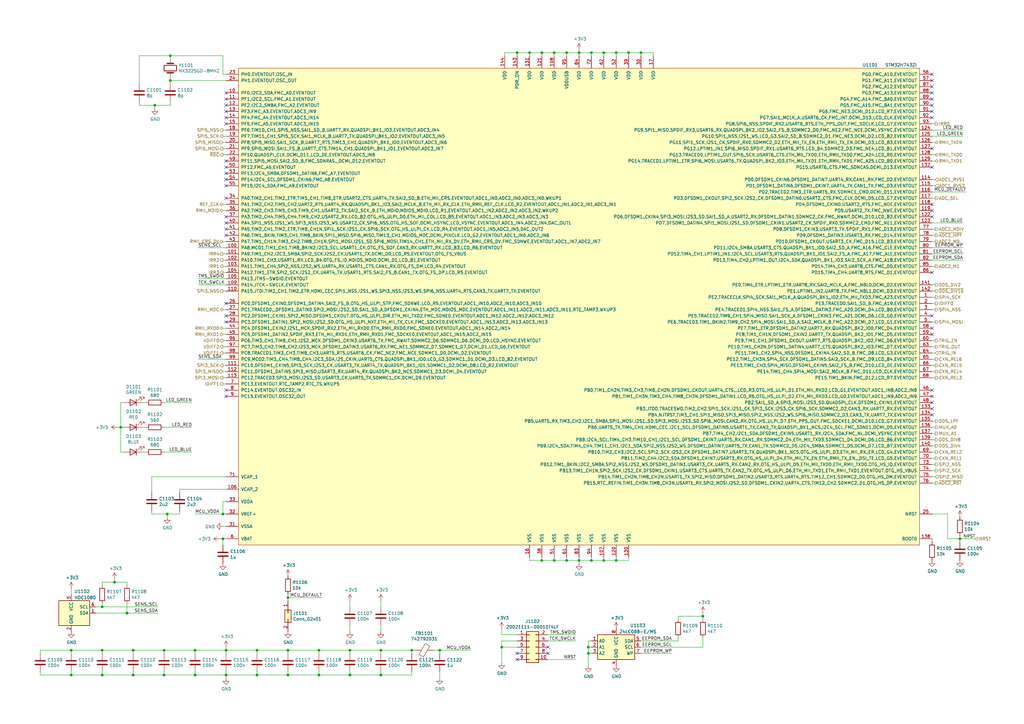
<source format=kicad_sch>
(kicad_sch (version 20211123) (generator eeschema)
  (paper "A3")
  (title_block (title "MCU") (date "2020-03-07") (rev "1.00"))
  (junction (at 252.73 229.87))
  (junction (at 105.41 266.7))
  (junction (at 393.7 220.98))
  (junction (at 29.21 276.86))
  (junction (at 217.17 21.59))
  (junction (at 130.81 266.7))
  (junction (at 180.34 266.7))
  (junction (at 241.3 267.97))
  (junction (at 63.5 43.18))
  (junction (at 49.53 175.26))
  (junction (at 222.25 21.59))
  (junction (at 247.65 21.59))
  (junction (at 29.21 266.7))
  (junction (at 80.01 266.7))
  (junction (at 143.51 276.86))
  (junction (at 227.33 229.87))
  (junction (at 67.31 276.86))
  (junction (at 242.57 229.87))
  (junction (at 80.01 276.86))
  (junction (at 232.41 21.59))
  (junction (at 54.61 276.86))
  (junction (at 92.71 266.7))
  (junction (at 105.41 276.86))
  (junction (at 54.61 266.7))
  (junction (at 46.99 238.76))
  (junction (at 252.73 21.59))
  (junction (at 52.07 251.46))
  (junction (at 41.91 248.92))
  (junction (at 118.11 266.7))
  (junction (at 222.25 229.87))
  (junction (at 69.85 22.86))
  (junction (at 91.44 210.82))
  (junction (at 168.91 266.7))
  (junction (at 241.3 265.43))
  (junction (at 41.91 266.7))
  (junction (at 67.31 266.7))
  (junction (at 232.41 229.87))
  (junction (at 41.91 276.86))
  (junction (at 242.57 21.59))
  (junction (at 227.33 21.59))
  (junction (at 237.49 229.87))
  (junction (at 156.21 266.7))
  (junction (at 92.71 276.86))
  (junction (at 288.29 252.73))
  (junction (at 205.74 265.43))
  (junction (at 156.21 276.86))
  (junction (at 69.85 33.02))
  (junction (at 118.11 245.11))
  (junction (at 91.44 220.98))
  (junction (at 212.09 21.59))
  (junction (at 68.58 210.82))
  (junction (at 257.81 21.59))
  (junction (at 262.89 21.59))
  (junction (at 247.65 229.87))
  (junction (at 143.51 266.7))
  (junction (at 237.49 21.59))
  (junction (at 130.81 276.86))
  (junction (at 118.11 276.86))
  (no_connect (at 92.71 76.2))
  (no_connect (at 382.27 88.9))
  (no_connect (at 92.71 68.58))
  (no_connect (at 382.27 45.72))
  (no_connect (at 382.27 68.58))
  (no_connect (at 382.27 162.56))
  (no_connect (at 92.71 160.02))
  (no_connect (at 382.27 170.18))
  (no_connect (at 92.71 88.9))
  (no_connect (at 92.71 71.12))
  (no_connect (at 92.71 66.04))
  (no_connect (at 92.71 48.26))
  (no_connect (at 382.27 83.82))
  (no_connect (at 92.71 50.8))
  (no_connect (at 382.27 129.54))
  (no_connect (at 92.71 132.08))
  (no_connect (at 382.27 165.1))
  (no_connect (at 382.27 111.76))
  (no_connect (at 92.71 45.72))
  (no_connect (at 382.27 38.1))
  (no_connect (at 224.79 265.43))
  (no_connect (at 382.27 48.26))
  (no_connect (at 92.71 124.46))
  (no_connect (at 92.71 96.52))
  (no_connect (at 92.71 73.66))
  (no_connect (at 382.27 167.64))
  (no_connect (at 212.09 267.97))
  (no_connect (at 382.27 134.62))
  (no_connect (at 92.71 40.64))
  (no_connect (at 382.27 60.96))
  (no_connect (at 382.27 160.02))
  (no_connect (at 224.79 267.97))
  (no_connect (at 382.27 33.02))
  (no_connect (at 92.71 93.98))
  (no_connect (at 92.71 91.44))
  (no_connect (at 382.27 43.18))
  (no_connect (at 92.71 129.54))
  (no_connect (at 212.09 270.51))
  (no_connect (at 92.71 162.56))
  (no_connect (at 382.27 137.16))
  (no_connect (at 92.71 43.18))
  (no_connect (at 92.71 38.1))
  (no_connect (at 382.27 30.48))
  (no_connect (at 382.27 40.64))
  (no_connect (at 92.71 81.28))
  (no_connect (at 382.27 86.36))
  (no_connect (at 382.27 35.56))
  (wire (pts (xy 207.01 22.86) (xy 207.01 21.59)))
  (wire (pts (xy 383.54 187.96) (xy 382.27 187.96)))
  (wire (pts (xy 130.81 276.86) (xy 143.51 276.86)))
  (wire (pts (xy 237.49 22.86) (xy 237.49 21.59)))
  (wire (pts (xy 73.66 210.82) (xy 73.66 209.55)))
  (wire (pts (xy 52.07 251.46) (xy 64.77 251.46)))
  (wire (pts (xy 92.71 139.7) (xy 91.44 139.7)))
  (wire (pts (xy 41.91 248.92) (xy 64.77 248.92)))
  (wire (pts (xy 252.73 22.86) (xy 252.73 21.59)))
  (wire (pts (xy 58.42 175.26) (xy 59.69 175.26)))
  (wire (pts (xy 39.37 248.92) (xy 41.91 248.92)))
  (wire (pts (xy 105.41 267.97) (xy 105.41 266.7)))
  (wire (pts (xy 288.29 251.46) (xy 288.29 252.73)))
  (wire (pts (xy 205.74 257.81) (xy 205.74 260.35)))
  (wire (pts (xy 180.34 266.7) (xy 193.04 266.7)))
  (wire (pts (xy 168.91 266.7) (xy 156.21 266.7)))
  (wire (pts (xy 217.17 229.87) (xy 222.25 229.87)))
  (wire (pts (xy 69.85 22.86) (xy 57.15 22.86)))
  (wire (pts (xy 92.71 266.7) (xy 92.71 265.43)))
  (wire (pts (xy 278.13 254) (xy 278.13 252.73)))
  (wire (pts (xy 91.44 157.48) (xy 92.71 157.48)))
  (wire (pts (xy 241.3 267.97) (xy 242.57 267.97)))
  (wire (pts (xy 143.51 276.86) (xy 156.21 276.86)))
  (wire (pts (xy 92.71 101.6) (xy 81.28 101.6)))
  (wire (pts (xy 118.11 245.11) (xy 118.11 243.84)))
  (wire (pts (xy 59.69 185.42) (xy 58.42 185.42)))
  (wire (pts (xy 67.31 266.7) (xy 80.01 266.7)))
  (wire (pts (xy 222.25 229.87) (xy 227.33 229.87)))
  (wire (pts (xy 168.91 267.97) (xy 168.91 266.7)))
  (wire (pts (xy 118.11 276.86) (xy 130.81 276.86)))
  (wire (pts (xy 288.29 265.43) (xy 288.29 261.62)))
  (wire (pts (xy 383.54 152.4) (xy 382.27 152.4)))
  (wire (pts (xy 41.91 266.7) (xy 54.61 266.7)))
  (wire (pts (xy 232.41 21.59) (xy 237.49 21.59)))
  (wire (pts (xy 168.91 266.7) (xy 170.18 266.7)))
  (wire (pts (xy 383.54 119.38) (xy 382.27 119.38)))
  (wire (pts (xy 382.27 154.94) (xy 383.54 154.94)))
  (wire (pts (xy 68.58 212.09) (xy 68.58 210.82)))
  (wire (pts (xy 57.15 41.91) (xy 57.15 43.18)))
  (wire (pts (xy 383.54 99.06) (xy 382.27 99.06)))
  (wire (pts (xy 68.58 210.82) (xy 73.66 210.82)))
  (wire (pts (xy 241.3 265.43) (xy 241.3 267.97)))
  (wire (pts (xy 91.44 22.86) (xy 91.44 30.48)))
  (wire (pts (xy 29.21 267.97) (xy 29.21 266.7)))
  (wire (pts (xy 212.09 21.59) (xy 217.17 21.59)))
  (wire (pts (xy 227.33 21.59) (xy 232.41 21.59)))
  (wire (pts (xy 382.27 121.92) (xy 383.54 121.92)))
  (wire (pts (xy 205.74 265.43) (xy 205.74 262.89)))
  (wire (pts (xy 41.91 238.76) (xy 46.99 238.76)))
  (wire (pts (xy 156.21 276.86) (xy 168.91 276.86)))
  (wire (pts (xy 382.27 50.8) (xy 383.54 50.8)))
  (wire (pts (xy 67.31 267.97) (xy 67.31 266.7)))
  (wire (pts (xy 383.54 81.28) (xy 382.27 81.28)))
  (wire (pts (xy 257.81 22.86) (xy 257.81 21.59)))
  (wire (pts (xy 207.01 21.59) (xy 212.09 21.59)))
  (wire (pts (xy 241.3 262.89) (xy 241.3 265.43)))
  (wire (pts (xy 92.71 200.66) (xy 73.66 200.66)))
  (wire (pts (xy 224.79 260.35) (xy 236.22 260.35)))
  (wire (pts (xy 382.27 91.44) (xy 394.97 91.44)))
  (wire (pts (xy 92.71 116.84) (xy 81.28 116.84)))
  (wire (pts (xy 92.71 83.82) (xy 91.44 83.82)))
  (wire (pts (xy 118.11 246.38) (xy 118.11 245.11)))
  (wire (pts (xy 105.41 275.59) (xy 105.41 276.86)))
  (wire (pts (xy 237.49 20.32) (xy 237.49 21.59)))
  (wire (pts (xy 382.27 104.14) (xy 394.97 104.14)))
  (wire (pts (xy 91.44 60.96) (xy 92.71 60.96)))
  (wire (pts (xy 41.91 248.92) (xy 41.91 247.65)))
  (wire (pts (xy 130.81 275.59) (xy 130.81 276.86)))
  (wire (pts (xy 388.62 220.98) (xy 388.62 210.82)))
  (wire (pts (xy 91.44 220.98) (xy 92.71 220.98)))
  (wire (pts (xy 105.41 266.7) (xy 118.11 266.7)))
  (wire (pts (xy 69.85 43.18) (xy 69.85 41.91)))
  (wire (pts (xy 382.27 66.04) (xy 383.54 66.04)))
  (wire (pts (xy 91.44 106.68) (xy 92.71 106.68)))
  (wire (pts (xy 92.71 147.32) (xy 81.28 147.32)))
  (wire (pts (xy 232.41 22.86) (xy 232.41 21.59)))
  (wire (pts (xy 41.91 240.03) (xy 41.91 238.76)))
  (wire (pts (xy 16.51 275.59) (xy 16.51 276.86)))
  (wire (pts (xy 156.21 248.92) (xy 156.21 246.38)))
  (wire (pts (xy 54.61 276.86) (xy 67.31 276.86)))
  (wire (pts (xy 222.25 22.86) (xy 222.25 21.59)))
  (wire (pts (xy 237.49 229.87) (xy 242.57 229.87)))
  (wire (pts (xy 393.7 220.98) (xy 393.7 222.25)))
  (wire (pts (xy 237.49 228.6) (xy 237.49 229.87)))
  (wire (pts (xy 262.89 21.59) (xy 267.97 21.59)))
  (wire (pts (xy 29.21 266.7) (xy 41.91 266.7)))
  (wire (pts (xy 80.01 267.97) (xy 80.01 266.7)))
  (wire (pts (xy 92.71 127) (xy 91.44 127)))
  (wire (pts (xy 54.61 275.59) (xy 54.61 276.86)))
  (wire (pts (xy 393.7 220.98) (xy 388.62 220.98)))
  (wire (pts (xy 92.71 267.97) (xy 92.71 266.7)))
  (wire (pts (xy 242.57 228.6) (xy 242.57 229.87)))
  (wire (pts (xy 383.54 185.42) (xy 382.27 185.42)))
  (wire (pts (xy 212.09 22.86) (xy 212.09 21.59)))
  (wire (pts (xy 156.21 276.86) (xy 156.21 275.59)))
  (wire (pts (xy 383.54 139.7) (xy 382.27 139.7)))
  (wire (pts (xy 73.66 200.66) (xy 73.66 201.93)))
  (wire (pts (xy 383.54 198.12) (xy 382.27 198.12)))
  (wire (pts (xy 91.44 53.34) (xy 92.71 53.34)))
  (wire (pts (xy 49.53 175.26) (xy 49.53 165.1)))
  (wire (pts (xy 48.26 175.26) (xy 49.53 175.26)))
  (wire (pts (xy 383.54 177.8) (xy 382.27 177.8)))
  (wire (pts (xy 180.34 266.7) (xy 180.34 267.97)))
  (wire (pts (xy 63.5 44.45) (xy 63.5 43.18)))
  (wire (pts (xy 388.62 210.82) (xy 382.27 210.82)))
  (wire (pts (xy 382.27 73.66) (xy 383.54 73.66)))
  (wire (pts (xy 80.01 266.7) (xy 92.71 266.7)))
  (wire (pts (xy 118.11 267.97) (xy 118.11 266.7)))
  (wire (pts (xy 50.8 185.42) (xy 49.53 185.42)))
  (wire (pts (xy 383.54 93.98) (xy 382.27 93.98)))
  (wire (pts (xy 242.57 229.87) (xy 247.65 229.87)))
  (wire (pts (xy 383.54 142.24) (xy 382.27 142.24)))
  (wire (pts (xy 41.91 267.97) (xy 41.91 266.7)))
  (wire (pts (xy 247.65 228.6) (xy 247.65 229.87)))
  (wire (pts (xy 205.74 271.78) (xy 205.74 265.43)))
  (wire (pts (xy 80.01 275.59) (xy 80.01 276.86)))
  (wire (pts (xy 224.79 270.51) (xy 236.22 270.51)))
  (wire (pts (xy 222.25 228.6) (xy 222.25 229.87)))
  (wire (pts (xy 227.33 228.6) (xy 227.33 229.87)))
  (wire (pts (xy 92.71 63.5) (xy 91.44 63.5)))
  (wire (pts (xy 262.89 22.86) (xy 262.89 21.59)))
  (wire (pts (xy 39.37 251.46) (xy 52.07 251.46)))
  (wire (pts (xy 143.51 275.59) (xy 143.51 276.86)))
  (wire (pts (xy 63.5 43.18) (xy 69.85 43.18)))
  (wire (pts (xy 54.61 266.7) (xy 67.31 266.7)))
  (wire (pts (xy 278.13 262.89) (xy 278.13 261.62)))
  (wire (pts (xy 91.44 149.86) (xy 92.71 149.86)))
  (wire (pts (xy 92.71 109.22) (xy 91.44 109.22)))
  (wire (pts (xy 143.51 248.92) (xy 143.51 246.38)))
  (wire (pts (xy 49.53 175.26) (xy 50.8 175.26)))
  (wire (pts (xy 217.17 21.59) (xy 222.25 21.59)))
  (wire (pts (xy 16.51 276.86) (xy 29.21 276.86)))
  (wire (pts (xy 156.21 266.7) (xy 156.21 267.97)))
  (wire (pts (xy 262.89 265.43) (xy 288.29 265.43)))
  (wire (pts (xy 382.27 53.34) (xy 394.97 53.34)))
  (wire (pts (xy 382.27 195.58) (xy 383.54 195.58)))
  (wire (pts (xy 92.71 33.02) (xy 69.85 33.02)))
  (wire (pts (xy 92.71 114.3) (xy 81.28 114.3)))
  (wire (pts (xy 130.81 267.97) (xy 130.81 266.7)))
  (wire (pts (xy 16.51 266.7) (xy 29.21 266.7)))
  (wire (pts (xy 217.17 22.86) (xy 217.17 21.59)))
  (wire (pts (xy 382.27 180.34) (xy 383.54 180.34)))
  (wire (pts (xy 252.73 229.87) (xy 257.81 229.87)))
  (wire (pts (xy 105.41 276.86) (xy 118.11 276.86)))
  (wire (pts (xy 212.09 265.43) (xy 205.74 265.43)))
  (wire (pts (xy 92.71 276.86) (xy 105.41 276.86)))
  (wire (pts (xy 80.01 276.86) (xy 92.71 276.86)))
  (wire (pts (xy 382.27 190.5) (xy 383.54 190.5)))
  (wire (pts (xy 227.33 22.86) (xy 227.33 21.59)))
  (wire (pts (xy 92.71 142.24) (xy 91.44 142.24)))
  (wire (pts (xy 67.31 276.86) (xy 80.01 276.86)))
  (wire (pts (xy 16.51 267.97) (xy 16.51 266.7)))
  (wire (pts (xy 383.54 172.72) (xy 382.27 172.72)))
  (wire (pts (xy 143.51 266.7) (xy 156.21 266.7)))
  (wire (pts (xy 247.65 21.59) (xy 252.73 21.59)))
  (wire (pts (xy 91.44 154.94) (xy 92.71 154.94)))
  (wire (pts (xy 67.31 175.26) (xy 78.74 175.26)))
  (wire (pts (xy 262.89 267.97) (xy 275.59 267.97)))
  (wire (pts (xy 41.91 275.59) (xy 41.91 276.86)))
  (wire (pts (xy 156.21 259.08) (xy 156.21 256.54)))
  (wire (pts (xy 382.27 222.25) (xy 382.27 220.98)))
  (wire (pts (xy 382.27 116.84) (xy 383.54 116.84)))
  (wire (pts (xy 91.44 152.4) (xy 92.71 152.4)))
  (wire (pts (xy 91.44 210.82) (xy 91.44 205.74)))
  (wire (pts (xy 92.71 104.14) (xy 91.44 104.14)))
  (wire (pts (xy 46.99 237.49) (xy 46.99 238.76)))
  (wire (pts (xy 130.81 266.7) (xy 143.51 266.7)))
  (wire (pts (xy 241.3 273.05) (xy 241.3 267.97)))
  (wire (pts (xy 92.71 99.06) (xy 91.44 99.06)))
  (wire (pts (xy 383.54 147.32) (xy 382.27 147.32)))
  (wire (pts (xy 54.61 267.97) (xy 54.61 266.7)))
  (wire (pts (xy 222.25 21.59) (xy 227.33 21.59)))
  (wire (pts (xy 252.73 228.6) (xy 252.73 229.87)))
  (wire (pts (xy 62.23 209.55) (xy 62.23 210.82)))
  (wire (pts (xy 267.97 21.59) (xy 267.97 22.86)))
  (wire (pts (xy 382.27 144.78) (xy 383.54 144.78)))
  (wire (pts (xy 247.65 22.86) (xy 247.65 21.59)))
  (wire (pts (xy 91.44 55.88) (xy 92.71 55.88)))
  (wire (pts (xy 67.31 185.42) (xy 78.74 185.42)))
  (wire (pts (xy 400.05 220.98) (xy 393.7 220.98)))
  (wire (pts (xy 383.54 109.22) (xy 382.27 109.22)))
  (wire (pts (xy 92.71 144.78) (xy 91.44 144.78)))
  (wire (pts (xy 257.81 21.59) (xy 262.89 21.59)))
  (wire (pts (xy 92.71 137.16) (xy 91.44 137.16)))
  (wire (pts (xy 67.31 275.59) (xy 67.31 276.86)))
  (wire (pts (xy 382.27 101.6) (xy 394.97 101.6)))
  (wire (pts (xy 217.17 228.6) (xy 217.17 229.87)))
  (wire (pts (xy 118.11 275.59) (xy 118.11 276.86)))
  (wire (pts (xy 237.49 21.59) (xy 242.57 21.59)))
  (wire (pts (xy 92.71 278.13) (xy 92.71 276.86)))
  (wire (pts (xy 91.44 22.86) (xy 69.85 22.86)))
  (wire (pts (xy 227.33 229.87) (xy 232.41 229.87)))
  (wire (pts (xy 62.23 210.82) (xy 68.58 210.82)))
  (wire (pts (xy 91.44 30.48) (xy 92.71 30.48)))
  (wire (pts (xy 393.7 219.71) (xy 393.7 220.98)))
  (wire (pts (xy 91.44 119.38) (xy 92.71 119.38)))
  (wire (pts (xy 247.65 229.87) (xy 252.73 229.87)))
  (wire (pts (xy 92.71 266.7) (xy 105.41 266.7)))
  (wire (pts (xy 382.27 55.88) (xy 394.97 55.88)))
  (wire (pts (xy 232.41 228.6) (xy 232.41 229.87)))
  (wire (pts (xy 383.54 96.52) (xy 382.27 96.52)))
  (wire (pts (xy 383.54 182.88) (xy 382.27 182.88)))
  (wire (pts (xy 232.41 229.87) (xy 237.49 229.87)))
  (wire (pts (xy 91.44 58.42) (xy 92.71 58.42)))
  (wire (pts (xy 257.81 229.87) (xy 257.81 228.6)))
  (wire (pts (xy 237.49 229.87) (xy 237.49 231.14)))
  (wire (pts (xy 69.85 24.13) (xy 69.85 22.86)))
  (wire (pts (xy 242.57 21.59) (xy 247.65 21.59)))
  (wire (pts (xy 382.27 78.74) (xy 396.24 78.74)))
  (wire (pts (xy 62.23 195.58) (xy 92.71 195.58)))
  (wire (pts (xy 58.42 165.1) (xy 59.69 165.1)))
  (wire (pts (xy 29.21 275.59) (xy 29.21 276.86)))
  (wire (pts (xy 80.01 210.82) (xy 91.44 210.82)))
  (wire (pts (xy 205.74 262.89) (xy 212.09 262.89)))
  (wire (pts (xy 383.54 76.2) (xy 382.27 76.2)))
  (wire (pts (xy 180.34 266.7) (xy 177.8 266.7)))
  (wire (pts (xy 29.21 241.3) (xy 29.21 243.84)))
  (wire (pts (xy 52.07 238.76) (xy 52.07 240.03)))
  (wire (pts (xy 143.51 267.97) (xy 143.51 266.7)))
  (wire (pts (xy 118.11 266.7) (xy 130.81 266.7)))
  (wire (pts (xy 92.71 134.62) (xy 91.44 134.62)))
  (wire (pts (xy 382.27 149.86) (xy 383.54 149.86)))
  (wire (pts (xy 62.23 195.58) (xy 62.23 201.93)))
  (wire (pts (xy 91.44 215.9) (xy 92.71 215.9)))
  (wire (pts (xy 91.44 223.52) (xy 91.44 220.98)))
  (wire (pts (xy 69.85 33.02) (xy 69.85 34.29)))
  (wire (pts (xy 57.15 22.86) (xy 57.15 34.29)))
  (wire (pts (xy 57.15 43.18) (xy 63.5 43.18)))
  (wire (pts (xy 92.71 210.82) (xy 91.44 210.82)))
  (wire (pts (xy 29.21 276.86) (xy 41.91 276.86)))
  (wire (pts (xy 180.34 278.13) (xy 180.34 275.59)))
  (wire (pts (xy 262.89 262.89) (xy 278.13 262.89)))
  (wire (pts (xy 143.51 259.08) (xy 143.51 256.54)))
  (wire (pts (xy 92.71 86.36) (xy 91.44 86.36)))
  (wire (pts (xy 382.27 193.04) (xy 383.54 193.04)))
  (wire (pts (xy 383.54 63.5) (xy 382.27 63.5)))
  (wire (pts (xy 92.71 275.59) (xy 92.71 276.86)))
  (wire (pts (xy 288.29 252.73) (xy 288.29 254)))
  (wire (pts (xy 383.54 132.08) (xy 382.27 132.08)))
  (wire (pts (xy 242.57 262.89) (xy 241.3 262.89)))
  (wire (pts (xy 242.57 22.86) (xy 242.57 21.59)))
  (wire (pts (xy 90.17 220.98) (xy 91.44 220.98)))
  (wire (pts (xy 52.07 251.46) (xy 52.07 247.65)))
  (wire (pts (xy 382.27 124.46) (xy 383.54 124.46)))
  (wire (pts (xy 49.53 185.42) (xy 49.53 175.26)))
  (wire (pts (xy 69.85 31.75) (xy 69.85 33.02)))
  (wire (pts (xy 41.91 276.86) (xy 54.61 276.86)))
  (wire (pts (xy 46.99 238.76) (xy 52.07 238.76)))
  (wire (pts (xy 205.74 260.35) (xy 212.09 260.35)))
  (wire (pts (xy 383.54 127) (xy 382.27 127)))
  (wire (pts (xy 67.31 165.1) (xy 78.74 165.1)))
  (wire (pts (xy 382.27 58.42) (xy 383.54 58.42)))
  (wire (pts (xy 252.73 21.59) (xy 257.81 21.59)))
  (wire (pts (xy 92.71 111.76) (xy 91.44 111.76)))
  (wire (pts (xy 278.13 252.73) (xy 288.29 252.73)))
  (wire (pts (xy 91.44 205.74) (xy 92.71 205.74)))
  (wire (pts (xy 118.11 245.11) (xy 132.08 245.11)))
  (wire (pts (xy 382.27 175.26) (xy 383.54 175.26)))
  (wire (pts (xy 382.27 106.68) (xy 394.97 106.68)))
  (wire (pts (xy 242.57 265.43) (xy 241.3 265.43)))
  (wire (pts (xy 224.79 262.89) (xy 236.22 262.89)))
  (wire (pts (xy 49.53 165.1) (xy 50.8 165.1)))
  (wire (pts (xy 168.91 276.86) (xy 168.91 275.59)))
  (label "SENS_SDA" (at 81.28 147.32 0))
  (label "EEPROM_WP" (at 394.97 101.6 180))
  (label "MCU_VDDA" (at 80.01 210.82 0))
  (label "MCU_DEFAULT" (at 396.24 78.74 180))
  (label "SENS_SCL" (at 64.77 248.92 180))
  (label "EEPROM_SDA" (at 394.97 106.68 180))
  (label "TMS_SWDIO" (at 81.28 114.3 0))
  (label "MCU_DEFAULT" (at 132.08 245.11 180))
  (label "SENS_SCL" (at 81.28 101.6 0))
  (label "LED_BLUE" (at 394.97 91.44 180))
  (label "MCU_VDDA" (at 193.04 266.7 180))
  (label "LED_RED" (at 394.97 53.34 180))
  (label "LED_GREEN" (at 78.74 165.1 180))
  (label "EEPROM_WP" (at 275.59 267.97 180))
  (label "SENS_SDA" (at 64.77 251.46 180))
  (label "LED_RED" (at 78.74 175.26 180))
  (label "LED_BLUE" (at 78.74 185.42 180))
  (label "EEPROM_SCL" (at 275.59 265.43 180))
  (label "LED_GREEN" (at 394.97 55.88 180))
  (label "TMS_SWDIO" (at 236.22 260.35 180))
  (label "EEPROM_SCL" (at 394.97 104.14 180))
  (label "NRST" (at 236.22 270.51 180))
  (label "TCK_SWCLK" (at 81.28 116.84 0))
  (label "EEPROM_SDA" (at 275.59 262.89 180))
  (label "TCK_SWCLK" (at 236.22 262.89 180))
  (label "NRST" (at 400.05 220.98 180))
  (hierarchical_label "RMII_RXD1" (shape bidirectional) (at 91.44 137.16 180))
  (hierarchical_label "~{ADC2_RST}" (shape output) (at 383.54 198.12 0))
  (hierarchical_label "IDIFF1" (shape output) (at 91.44 157.48 180))
  (hierarchical_label "IDIFF0" (shape output) (at 383.54 124.46 0))
  (hierarchical_label "ADC_SEL" (shape output) (at 383.54 81.28 0))
  (hierarchical_label "RMII_TXD0" (shape bidirectional) (at 383.54 63.5 0))
  (hierarchical_label "RMII_MDC" (shape bidirectional) (at 91.44 127 180))
  (hierarchical_label "SPI3_MOSI" (shape output) (at 91.44 154.94 180))
  (hierarchical_label "ADC1_RVS1" (shape input) (at 383.54 73.66 0))
  (hierarchical_label "VDIFF1" (shape output) (at 91.44 144.78 180))
  (hierarchical_label "CXN_REL6" (shape output) (at 383.54 147.32 0))
  (hierarchical_label "TRIG_IN" (shape input) (at 383.54 144.78 0))
  (hierarchical_label "SPI3_MISO" (shape input) (at 91.44 152.4 180))
  (hierarchical_label "MUX_A1" (shape output) (at 383.54 177.8 0))
  (hierarchical_label "SPI3_SCK" (shape output) (at 91.44 149.86 180))
  (hierarchical_label "ADC2_MDIV" (shape output) (at 383.54 93.98 0))
  (hierarchical_label "CXN_REL5" (shape output) (at 383.54 149.86 0))
  (hierarchical_label "SPI5_NSS" (shape output) (at 91.44 53.34 180))
  (hierarchical_label "SPI2_NSS" (shape output) (at 383.54 190.5 0))
  (hierarchical_label "SPI2_SCK" (shape output) (at 383.54 193.04 0))
  (hierarchical_label "IRR1" (shape output) (at 91.44 109.22 180))
  (hierarchical_label "RMII_MDIO" (shape bidirectional) (at 91.44 86.36 180))
  (hierarchical_label "SPI5_SCK" (shape output) (at 91.44 55.88 180))
  (hierarchical_label "RMII_CRS_DV" (shape bidirectional) (at 91.44 99.06 180))
  (hierarchical_label "TRIG_OUT" (shape output) (at 383.54 142.24 0))
  (hierarchical_label "DDS_LPF" (shape output) (at 383.54 172.72 0))
  (hierarchical_label "CXN_REL2" (shape output) (at 383.54 185.42 0))
  (hierarchical_label "SPI5_MOSI" (shape output) (at 91.44 60.96 180))
  (hierarchical_label "SPI2_MISO" (shape input) (at 383.54 195.58 0))
  (hierarchical_label "IRR0" (shape output) (at 383.54 50.8 0))
  (hierarchical_label "~{DDS_DIV10}" (shape output) (at 383.54 119.38 0))
  (hierarchical_label "RMII_RXD0" (shape bidirectional) (at 91.44 134.62 180))
  (hierarchical_label "TRIG_EN" (shape output) (at 383.54 139.7 0))
  (hierarchical_label "VDIFF2" (shape output) (at 91.44 142.24 180))
  (hierarchical_label "CXN_REL4" (shape output) (at 383.54 152.4 0))
  (hierarchical_label "MUX_A0" (shape output) (at 383.54 175.26 0))
  (hierarchical_label "ADC2_M0" (shape output) (at 383.54 99.06 0))
  (hierarchical_label "~{ADC2_HPF}" (shape output) (at 383.54 96.52 0))
  (hierarchical_label "VDIFF0" (shape output) (at 91.44 139.7 180))
  (hierarchical_label "SPI4_NSS" (shape output) (at 383.54 127 0))
  (hierarchical_label "CXN_REL1" (shape output) (at 383.54 187.96 0))
  (hierarchical_label "CXN_REL3" (shape output) (at 383.54 154.94 0))
  (hierarchical_label "RMII_TXD1" (shape bidirectional) (at 383.54 66.04 0))
  (hierarchical_label "DDS_DIV2" (shape output) (at 383.54 116.84 0))
  (hierarchical_label "NRST" (shape bidirectional) (at 400.05 220.98 0))
  (hierarchical_label "IRR3" (shape output) (at 91.44 111.76 180))
  (hierarchical_label "IRR4" (shape output) (at 91.44 104.14 180))
  (hierarchical_label "SPI4_MOSI" (shape output) (at 383.54 132.08 0))
  (hierarchical_label "DDS_DIV4" (shape output) (at 383.54 182.88 0))
  (hierarchical_label "SPI4_SCK" (shape output) (at 383.54 121.92 0))
  (hierarchical_label "ADC1_RVS2" (shape input) (at 383.54 76.2 0))
  (hierarchical_label "SPI3_NSS" (shape output) (at 91.44 119.38 180))
  (hierarchical_label "SPI5_MISO" (shape input) (at 91.44 58.42 180))
  (hierarchical_label "REF_CLK" (shape bidirectional) (at 91.44 83.82 180))
  (hierarchical_label "DDS_DIV8" (shape output) (at 383.54 180.34 0))
  (hierarchical_label "~{RDC}" (shape output) (at 91.44 63.5 180))
  (hierarchical_label "ADC2_M1" (shape output) (at 383.54 109.22 0))
  (hierarchical_label "RMII_TXEN" (shape bidirectional) (at 383.54 58.42 0))
  (hierarchical_label "IRR2" (shape output) (at 91.44 106.68 180))
  (symbol (lib_id "Connector_Generic:Conn_02x05_Odd_Even") (at 217.17 265.43 0) (unit 1)
    (property "Reference" "J1102" (at 218.44 254.8382 0))
    (property "Value" "20021111-00010T4LF" (at 218.44 257.1496 0))
    (property "Footprint" "Connector_PinHeader_1.27mm:PinHeader_2x05_P1.27mm_Vertical" (effects hide))
  )
  (symbol (lib_id "power:GND") (at 237.49 231.14 0) (unit 1)
    (property "Reference" "#PWR01111" (effects hide))
    (property "Value" "GND" (at 237.617 235.5342 0))
  )
  (symbol (lib_id "power:GND") (at 205.74 271.78 0) (unit 1)
    (property "Reference" "#PWR01125" (effects hide))
    (property "Value" "GND" (at 205.867 276.1742 0))
  )
  (symbol (lib_id "Device:R") (at 382.27 226.06 0) (unit 1)
    (property "Reference" "R1105" (at 384.048 224.8916 0) (effects (justify left)))
    (property "Value" "10k" (at 384.048 227.203 0) (effects (justify left)))
    (property "Footprint" "Resistor_SMD:R_0603_1608Metric_Pad0.98x0.95mm_HandSolder" (effects hide))
  )
  (symbol (lib_id "Device:R") (at 393.7 215.9 0) (unit 1)
    (property "Reference" "R1104" (at 395.478 214.7316 0) (effects (justify left)))
    (property "Value" "10k" (at 395.478 217.043 0) (effects (justify left)))
    (property "Footprint" "Resistor_SMD:R_0603_1608Metric_Pad0.98x0.95mm_HandSolder" (effects hide))
  )
  (symbol (lib_id "Device:C") (at 393.7 226.06 0) (unit 1)
    (property "Reference" "C1105" (at 396.621 224.8916 0) (effects (justify left)))
    (property "Value" "100n" (at 396.621 227.203 0) (effects (justify left)))
    (property "Footprint" "Capacitor_SMD:C_0603_1608Metric_Pad1.08x0.95mm_HandSolder" (effects hide))
  )
  (symbol (lib_id "power:GND") (at 393.7 229.87 0) (unit 1)
    (property "Reference" "#PWR01109" (effects hide))
    (property "Value" "GND" (at 393.827 234.2642 0))
  )
  (symbol (lib_id "power:GND") (at 382.27 229.87 0) (unit 1)
    (property "Reference" "#PWR01108" (effects hide))
    (property "Value" "GND" (at 382.397 234.2642 0))
  )
  (symbol (lib_id "power:GND") (at 91.44 215.9 270) (unit 1)
    (property "Reference" "#PWR01106" (effects hide))
    (property "Value" "GND" (at 88.1888 216.027 90) (effects (justify right)))
  )
  (symbol (lib_id "Device:C") (at 91.44 227.33 0) (unit 1)
    (property "Reference" "C1106" (at 94.361 226.1616 0) (effects (justify left)))
    (property "Value" "1u" (at 94.361 228.473 0) (effects (justify left)))
    (property "Footprint" "Capacitor_SMD:C_0603_1608Metric_Pad1.08x0.95mm_HandSolder" (effects hide))
  )
  (symbol (lib_id "power:GND") (at 91.44 231.14 0) (unit 1)
    (property "Reference" "#PWR01110" (effects hide))
    (property "Value" "GND" (at 91.567 235.5342 0))
  )
  (symbol (lib_id "Device:C") (at 16.51 271.78 0) (unit 1)
    (property "Reference" "C1109" (at 19.431 270.6116 0) (effects (justify left)))
    (property "Value" "100n" (at 19.431 272.923 0) (effects (justify left)))
    (property "Footprint" "Capacitor_SMD:C_0603_1608Metric_Pad1.08x0.95mm_HandSolder" (effects hide))
  )
  (symbol (lib_id "Device:C") (at 29.21 271.78 0) (unit 1)
    (property "Reference" "C1110" (at 32.131 270.6116 0) (effects (justify left)))
    (property "Value" "100n" (at 32.131 272.923 0) (effects (justify left)))
    (property "Footprint" "Capacitor_SMD:C_0603_1608Metric_Pad1.08x0.95mm_HandSolder" (effects hide))
  )
  (symbol (lib_id "Device:C") (at 41.91 271.78 0) (unit 1)
    (property "Reference" "C1111" (at 44.831 270.6116 0) (effects (justify left)))
    (property "Value" "100n" (at 44.831 272.923 0) (effects (justify left)))
    (property "Footprint" "Capacitor_SMD:C_0603_1608Metric_Pad1.08x0.95mm_HandSolder" (effects hide))
  )
  (symbol (lib_id "Device:C") (at 54.61 271.78 0) (unit 1)
    (property "Reference" "C1112" (at 57.531 270.6116 0) (effects (justify left)))
    (property "Value" "100n" (at 57.531 272.923 0) (effects (justify left)))
    (property "Footprint" "Capacitor_SMD:C_0603_1608Metric_Pad1.08x0.95mm_HandSolder" (effects hide))
  )
  (symbol (lib_id "Device:C") (at 67.31 271.78 0) (unit 1)
    (property "Reference" "C1113" (at 70.231 270.6116 0) (effects (justify left)))
    (property "Value" "100n" (at 70.231 272.923 0) (effects (justify left)))
    (property "Footprint" "Capacitor_SMD:C_0603_1608Metric_Pad1.08x0.95mm_HandSolder" (effects hide))
  )
  (symbol (lib_id "Device:C") (at 80.01 271.78 0) (unit 1)
    (property "Reference" "C1114" (at 82.931 270.6116 0) (effects (justify left)))
    (property "Value" "100n" (at 82.931 272.923 0) (effects (justify left)))
    (property "Footprint" "Capacitor_SMD:C_0603_1608Metric_Pad1.08x0.95mm_HandSolder" (effects hide))
  )
  (symbol (lib_id "Device:C") (at 92.71 271.78 0) (unit 1)
    (property "Reference" "C1115" (at 95.631 270.6116 0) (effects (justify left)))
    (property "Value" "100n" (at 95.631 272.923 0) (effects (justify left)))
    (property "Footprint" "Capacitor_SMD:C_0603_1608Metric_Pad1.08x0.95mm_HandSolder" (effects hide))
  )
  (symbol (lib_id "Device:C") (at 105.41 271.78 0) (unit 1)
    (property "Reference" "C1116" (at 108.331 270.6116 0) (effects (justify left)))
    (property "Value" "100n" (at 108.331 272.923 0) (effects (justify left)))
    (property "Footprint" "Capacitor_SMD:C_0603_1608Metric_Pad1.08x0.95mm_HandSolder" (effects hide))
  )
  (symbol (lib_id "Device:C") (at 118.11 271.78 0) (unit 1)
    (property "Reference" "C1117" (at 121.031 270.6116 0) (effects (justify left)))
    (property "Value" "100n" (at 121.031 272.923 0) (effects (justify left)))
    (property "Footprint" "Capacitor_SMD:C_0603_1608Metric_Pad1.08x0.95mm_HandSolder" (effects hide))
  )
  (symbol (lib_id "Device:C") (at 130.81 271.78 0) (unit 1)
    (property "Reference" "C1118" (at 133.731 270.6116 0) (effects (justify left)))
    (property "Value" "100n" (at 133.731 272.923 0) (effects (justify left)))
    (property "Footprint" "Capacitor_SMD:C_0603_1608Metric_Pad1.08x0.95mm_HandSolder" (effects hide))
  )
  (symbol (lib_id "Device:C") (at 143.51 271.78 0) (unit 1)
    (property "Reference" "C1119" (at 146.431 270.6116 0) (effects (justify left)))
    (property "Value" "100n" (at 146.431 272.923 0) (effects (justify left)))
    (property "Footprint" "Capacitor_SMD:C_0603_1608Metric_Pad1.08x0.95mm_HandSolder" (effects hide))
  )
  (symbol (lib_id "Device:C") (at 156.21 271.78 0) (unit 1)
    (property "Reference" "C1120" (at 159.131 270.6116 0) (effects (justify left)))
    (property "Value" "100n" (at 159.131 272.923 0) (effects (justify left)))
    (property "Footprint" "Capacitor_SMD:C_0603_1608Metric_Pad1.08x0.95mm_HandSolder" (effects hide))
  )
  (symbol (lib_id "power:GND") (at 92.71 278.13 0) (unit 1)
    (property "Reference" "#PWR01128" (effects hide))
    (property "Value" "GND" (at 92.837 282.5242 0))
  )
  (symbol (lib_id "Device:Ferrite_Bead") (at 173.99 266.7 270) (unit 1)
    (property "Reference" "FB1101" (at 173.99 259.7404 90))
    (property "Value" "742792031" (at 173.99 262.0518 90))
    (property "Footprint" "Inductor_SMD:L_0805_2012Metric_Pad1.15x1.40mm_HandSolder" (effects hide))
  )
  (symbol (lib_id "Device:C") (at 180.34 271.78 0) (unit 1)
    (property "Reference" "C1122" (at 183.261 270.6116 0) (effects (justify left)))
    (property "Value" "1u" (at 183.261 272.923 0) (effects (justify left)))
    (property "Footprint" "Capacitor_SMD:C_0603_1608Metric_Pad1.08x0.95mm_HandSolder" (effects hide))
  )
  (symbol (lib_id "power:GND") (at 180.34 278.13 0) (unit 1)
    (property "Reference" "#PWR01129" (effects hide))
    (property "Value" "GND" (at 180.467 282.5242 0))
  )
  (symbol (lib_id "Connector_Generic:Conn_02x01") (at 118.11 251.46 270) (unit 1)
    (property "Reference" "J1101" (at 120.142 251.5616 90) (effects (justify left)))
    (property "Value" "Conn_02x01" (at 120.142 253.873 90) (effects (justify left)))
    (property "Footprint" "Connector_PinHeader_2.54mm:PinHeader_1x02_P2.54mm_Vertical" (effects hide))
  )
  (symbol (lib_id "power:GND") (at 118.11 259.08 0) (unit 1)
    (property "Reference" "#PWR01121" (effects hide))
    (property "Value" "GND" (at 118.237 263.4742 0))
  )
  (symbol (lib_id "Device:R") (at 118.11 240.03 180) (unit 1)
    (property "Reference" "R1106" (at 119.888 238.8616 0) (effects (justify right)))
    (property "Value" "10k" (at 119.888 241.173 0) (effects (justify right)))
    (property "Footprint" "Resistor_SMD:R_0603_1608Metric_Pad0.98x0.95mm_HandSolder" (effects hide))
  )
  (symbol (lib_id "Device:C") (at 73.66 205.74 0) (unit 1)
    (property "Reference" "C1104" (at 76.581 204.5716 0) (effects (justify left)))
    (property "Value" "2u2" (at 76.581 206.883 0) (effects (justify left)))
    (property "Footprint" "Capacitor_SMD:C_0603_1608Metric_Pad1.08x0.95mm_HandSolder" (effects hide))
  )
  (symbol (lib_id "Device:C") (at 62.23 205.74 0) (unit 1)
    (property "Reference" "C1103" (at 65.151 204.5716 0) (effects (justify left)))
    (property "Value" "2u2" (at 65.151 206.883 0) (effects (justify left)))
    (property "Footprint" "Capacitor_SMD:C_0603_1608Metric_Pad1.08x0.95mm_HandSolder" (effects hide))
  )
  (symbol (lib_id "power:GND") (at 68.58 212.09 0) (unit 1)
    (property "Reference" "#PWR01104" (effects hide))
    (property "Value" "GND" (at 68.707 216.4842 0))
  )
  (symbol (lib_id "Device:Crystal") (at 69.85 27.94 270) (unit 1)
    (property "Reference" "Y1101" (at 73.1774 26.7716 90) (effects (justify left)))
    (property "Value" "NX3225GD-8MHZ" (at 73.1774 29.083 90) (effects (justify left)))
    (property "Footprint" "ETH1CLCR2:NX3225GD" (effects hide))
  )
  (symbol (lib_id "Device:C") (at 69.85 38.1 0) (unit 1)
    (property "Reference" "C1102" (at 72.771 36.9316 0) (effects (justify left)))
    (property "Value" "8p" (at 72.771 39.243 0) (effects (justify left)))
    (property "Footprint" "Capacitor_SMD:C_0603_1608Metric_Pad1.08x0.95mm_HandSolder" (effects hide))
  )
  (symbol (lib_id "Device:C") (at 57.15 38.1 0) (unit 1)
    (property "Reference" "C1101" (at 60.071 36.9316 0) (effects (justify left)))
    (property "Value" "8p" (at 60.071 39.243 0) (effects (justify left)))
    (property "Footprint" "Capacitor_SMD:C_0603_1608Metric_Pad1.08x0.95mm_HandSolder" (effects hide))
  )
  (symbol (lib_id "power:GND") (at 63.5 44.45 0) (unit 1)
    (property "Reference" "#PWR01102" (effects hide))
    (property "Value" "GND" (at 63.627 48.8442 0))
  )
  (symbol (lib_id "Device:C") (at 168.91 271.78 0) (unit 1)
    (property "Reference" "C1121" (at 171.831 270.6116 0) (effects (justify left)))
    (property "Value" "100n" (at 171.831 272.923 0) (effects (justify left)))
    (property "Footprint" "Capacitor_SMD:C_0603_1608Metric_Pad1.08x0.95mm_HandSolder" (effects hide))
  )
  (symbol (lib_id "Memory_EEPROM:24LC08") (at 252.73 265.43 0) (unit 1)
    (property "Reference" "U1103" (at 261.62 256.54 0))
    (property "Value" "24LC08B-E/MS" (at 261.62 259.08 0))
    (property "Footprint" "Package_SO:MSOP-8_3x3mm_P0.65mm" (effects hide))
    (property "Datasheet" "http://ww1.microchip.com/downloads/en/DeviceDoc/21710J.pdf" (effects hide))
  )
  (symbol (lib_id "power:GND") (at 252.73 273.05 0) (unit 1)
    (property "Reference" "#PWR01127" (effects hide))
    (property "Value" "GND" (at 252.857 277.4442 0))
  )
  (symbol (lib_id "power:GND") (at 241.3 273.05 0) (unit 1)
    (property "Reference" "#PWR01126" (effects hide))
    (property "Value" "GND" (at 241.427 277.4442 0))
  )
  (symbol (lib_id "Device:R") (at 278.13 257.81 0) (unit 1)
    (property "Reference" "R1109" (at 279.908 256.6416 0) (effects (justify left)))
    (property "Value" "4k7" (at 279.908 258.953 0) (effects (justify left)))
    (property "Footprint" "Resistor_SMD:R_0603_1608Metric_Pad0.98x0.95mm_HandSolder" (effects hide))
  )
  (symbol (lib_id "Device:R") (at 288.29 257.81 0) (unit 1)
    (property "Reference" "R1110" (at 290.068 256.6416 0) (effects (justify left)))
    (property "Value" "4k7" (at 290.068 258.953 0) (effects (justify left)))
    (property "Footprint" "Resistor_SMD:R_0603_1608Metric_Pad0.98x0.95mm_HandSolder" (effects hide))
  )
  (symbol (lib_id "Device:C") (at 143.51 252.73 0) (unit 1)
    (property "Reference" "C1107" (at 146.431 251.5616 0) (effects (justify left)))
    (property "Value" "100n" (at 146.431 253.873 0) (effects (justify left)))
    (property "Footprint" "Capacitor_SMD:C_0603_1608Metric_Pad1.08x0.95mm_HandSolder" (effects hide))
  )
  (symbol (lib_id "power:GND") (at 143.51 259.08 0) (unit 1)
    (property "Reference" "#PWR01122" (effects hide))
    (property "Value" "GND" (at 143.637 263.4742 0))
  )
  (symbol (lib_id "Device:R") (at 41.91 243.84 0) (unit 1)
    (property "Reference" "R1107" (at 43.688 242.6716 0) (effects (justify left)))
    (property "Value" "4k7" (at 43.688 244.983 0) (effects (justify left)))
    (property "Footprint" "Resistor_SMD:R_0603_1608Metric_Pad0.98x0.95mm_HandSolder" (effects hide))
  )
  (symbol (lib_id "Device:R") (at 52.07 243.84 0) (unit 1)
    (property "Reference" "R1108" (at 53.848 242.6716 0) (effects (justify left)))
    (property "Value" "4k7" (at 53.848 244.983 0) (effects (justify left)))
    (property "Footprint" "Resistor_SMD:R_0603_1608Metric_Pad0.98x0.95mm_HandSolder" (effects hide))
  )
  (symbol (lib_id "Device:R") (at 63.5 165.1 270) (unit 1)
    (property "Reference" "R1101" (at 63.5 159.8422 90))
    (property "Value" "680" (at 63.5 162.1536 90))
    (property "Footprint" "Resistor_SMD:R_0603_1608Metric_Pad0.98x0.95mm_HandSolder" (effects hide))
  )
  (symbol (lib_id "Device:R") (at 63.5 175.26 270) (unit 1)
    (property "Reference" "R1102" (at 63.5 170.0022 90))
    (property "Value" "560" (at 63.5 172.3136 90))
    (property "Footprint" "Resistor_SMD:R_0603_1608Metric_Pad0.98x0.95mm_HandSolder" (effects hide))
  )
  (symbol (lib_id "Device:R") (at 63.5 185.42 270) (unit 1)
    (property "Reference" "R1103" (at 63.5 180.1622 90))
    (property "Value" "680" (at 63.5 182.4736 90))
    (property "Footprint" "Resistor_SMD:R_0603_1608Metric_Pad0.98x0.95mm_HandSolder" (effects hide))
  )
  (symbol (lib_id "Device:LED") (at 54.61 165.1 180) (unit 1)
    (property "Reference" "D1101" (at 54.7878 158.623 0))
    (property "Value" "GREEN" (at 54.7878 160.9344 0))
    (property "Footprint" "LED_SMD:LED_0603_1608Metric_Pad1.05x0.95mm_HandSolder" (effects hide))
  )
  (symbol (lib_id "Device:LED") (at 54.61 175.26 180) (unit 1)
    (property "Reference" "D1102" (at 54.7878 168.783 0))
    (property "Value" "RED" (at 54.7878 171.0944 0))
    (property "Footprint" "LED_SMD:LED_0603_1608Metric_Pad1.05x0.95mm_HandSolder" (effects hide))
  )
  (symbol (lib_id "Device:LED") (at 54.61 185.42 180) (unit 1)
    (property "Reference" "D1103" (at 54.7878 178.943 0))
    (property "Value" "BLUE" (at 54.7878 181.2544 0))
    (property "Footprint" "LED_SMD:LED_0603_1608Metric_Pad1.05x0.95mm_HandSolder" (effects hide))
  )
  (symbol (lib_id "Sensor_Humidity:HDC1080") (at 31.75 251.46 0) (unit 1)
    (property "Reference" "U1102" (at 36.83 242.57 0) (effects (justify right)))
    (property "Value" "HDC1080" (at 39.37 245.11 0) (effects (justify right)))
    (property "Footprint" "Package_SON:Texas_PWSON-N6" (effects hide))
    (property "Datasheet" "http://www.ti.com/lit/ds/symlink/hdc1080.pdf" (effects hide))
  )
  (symbol (lib_id "power:GND") (at 29.21 259.08 0) (unit 1)
    (property "Reference" "#PWR01120" (effects hide))
    (property "Value" "GND" (at 29.337 263.4742 0))
  )
  (symbol (lib_id "Device:C") (at 156.21 252.73 0) (unit 1)
    (property "Reference" "C1108" (at 159.131 251.5616 0) (effects (justify left)))
    (property "Value" "100n" (at 159.131 253.873 0) (effects (justify left)))
    (property "Footprint" "Capacitor_SMD:C_0603_1608Metric_Pad1.08x0.95mm_HandSolder" (effects hide))
  )
  (symbol (lib_id "power:GND") (at 156.21 259.08 0) (unit 1)
    (property "Reference" "#PWR01123" (effects hide))
    (property "Value" "GND" (at 156.337 263.4742 0))
  )
  (symbol (lib_id "ETH1CLCR2:STM32H743ZI") (at 237.49 125.73 0) (unit 1)
    (property "Reference" "U1101" (at 356.87 26.67 0))
    (property "Value" "STM32H743ZI" (at 369.57 26.67 0))
    (property "Footprint" "ETH1CLCR2:TQFP-144_20x20mm_P0.5mm" (effects hide))
  )
  (symbol (lib_id "power:+3.3V") (at 205.74 257.81 0) (unit 1)
    (property "Reference" "#PWR01118" (effects hide))
    (property "Value" "+3.3V" (at 206.121 253.4158 0))
  )
  (symbol (lib_id "power:+3.3V") (at 288.29 251.46 0) (unit 1)
    (property "Reference" "#PWR01117" (effects hide))
    (property "Value" "+3.3V" (at 288.671 247.0658 0))
  )
  (symbol (lib_id "power:+3.3V") (at 252.73 257.81 0) (unit 1)
    (property "Reference" "#PWR01119" (effects hide))
    (property "Value" "+3.3V" (at 253.111 253.4158 0))
  )
  (symbol (lib_id "power:+3.3V") (at 143.51 246.38 0) (unit 1)
    (property "Reference" "#PWR01115" (effects hide))
    (property "Value" "+3.3V" (at 143.891 241.9858 0))
  )
  (symbol (lib_id "power:+3.3V") (at 156.21 246.38 0) (unit 1)
    (property "Reference" "#PWR01116" (effects hide))
    (property "Value" "+3.3V" (at 156.591 241.9858 0))
  )
  (symbol (lib_id "power:+3.3V") (at 118.11 236.22 0) (unit 1)
    (property "Reference" "#PWR01112" (effects hide))
    (property "Value" "+3.3V" (at 118.491 231.8258 0))
  )
  (symbol (lib_id "power:+3.3V") (at 48.26 175.26 90) (unit 1)
    (property "Reference" "#PWR01103" (effects hide))
    (property "Value" "+3.3V" (at 44.45 175.26 90) (effects (justify left)))
  )
  (symbol (lib_id "power:+3.3V") (at 29.21 241.3 0) (unit 1)
    (property "Reference" "#PWR01114" (effects hide))
    (property "Value" "+3.3V" (at 29.591 236.9058 0))
  )
  (symbol (lib_id "power:+3.3V") (at 46.99 237.49 0) (unit 1)
    (property "Reference" "#PWR01113" (effects hide))
    (property "Value" "+3.3V" (at 47.371 233.0958 0))
  )
  (symbol (lib_id "power:+3.3V") (at 237.49 20.32 0) (unit 1)
    (property "Reference" "#PWR01101" (effects hide))
    (property "Value" "+3.3V" (at 237.871 15.9258 0))
  )
  (symbol (lib_id "power:+3.3V") (at 393.7 212.09 0) (unit 1)
    (property "Reference" "#PWR01105" (effects hide))
    (property "Value" "+3.3V" (at 394.081 207.6958 0))
  )
  (symbol (lib_id "power:+3.3V") (at 90.17 220.98 90) (unit 1)
    (property "Reference" "#PWR01107" (effects hide))
    (property "Value" "+3.3V" (at 83.82 220.98 90))
  )
  (symbol (lib_id "power:+3.3V") (at 92.71 265.43 0) (unit 1)
    (property "Reference" "#PWR01124" (effects hide))
    (property "Value" "+3.3V" (at 93.091 261.0358 0))
  )
)
</source>
